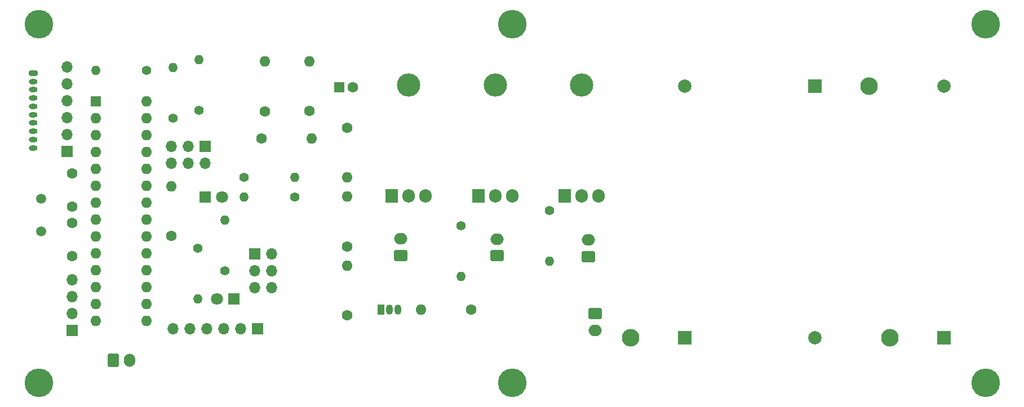
<source format=gbr>
%TF.GenerationSoftware,KiCad,Pcbnew,(6.0.7)*%
%TF.CreationDate,2022-10-12T18:39:58-05:00*%
%TF.ProjectId,cut down control board,63757420-646f-4776-9e20-636f6e74726f,1*%
%TF.SameCoordinates,Original*%
%TF.FileFunction,Soldermask,Bot*%
%TF.FilePolarity,Negative*%
%FSLAX46Y46*%
G04 Gerber Fmt 4.6, Leading zero omitted, Abs format (unit mm)*
G04 Created by KiCad (PCBNEW (6.0.7)) date 2022-10-12 18:39:58*
%MOMM*%
%LPD*%
G01*
G04 APERTURE LIST*
G04 Aperture macros list*
%AMRoundRect*
0 Rectangle with rounded corners*
0 $1 Rounding radius*
0 $2 $3 $4 $5 $6 $7 $8 $9 X,Y pos of 4 corners*
0 Add a 4 corners polygon primitive as box body*
4,1,4,$2,$3,$4,$5,$6,$7,$8,$9,$2,$3,0*
0 Add four circle primitives for the rounded corners*
1,1,$1+$1,$2,$3*
1,1,$1+$1,$4,$5*
1,1,$1+$1,$6,$7*
1,1,$1+$1,$8,$9*
0 Add four rect primitives between the rounded corners*
20,1,$1+$1,$2,$3,$4,$5,0*
20,1,$1+$1,$4,$5,$6,$7,0*
20,1,$1+$1,$6,$7,$8,$9,0*
20,1,$1+$1,$8,$9,$2,$3,0*%
G04 Aperture macros list end*
%ADD10C,1.400000*%
%ADD11O,1.400000X1.400000*%
%ADD12C,2.640000*%
%ADD13R,2.000000X2.000000*%
%ADD14C,2.000000*%
%ADD15R,1.700000X1.700000*%
%ADD16O,1.700000X1.700000*%
%ADD17C,4.300000*%
%ADD18RoundRect,0.250000X-0.750000X0.600000X-0.750000X-0.600000X0.750000X-0.600000X0.750000X0.600000X0*%
%ADD19O,2.000000X1.700000*%
%ADD20O,3.500000X3.500000*%
%ADD21R,1.905000X2.000000*%
%ADD22O,1.905000X2.000000*%
%ADD23R,1.800000X1.800000*%
%ADD24C,1.800000*%
%ADD25RoundRect,0.200000X-0.450000X0.200000X-0.450000X-0.200000X0.450000X-0.200000X0.450000X0.200000X0*%
%ADD26O,1.300000X0.800000*%
%ADD27C,1.500000*%
%ADD28C,1.600000*%
%ADD29O,1.600000X1.600000*%
%ADD30RoundRect,0.250000X0.750000X-0.600000X0.750000X0.600000X-0.750000X0.600000X-0.750000X-0.600000X0*%
%ADD31RoundRect,0.250000X-0.600000X-0.750000X0.600000X-0.750000X0.600000X0.750000X-0.600000X0.750000X0*%
%ADD32O,1.700000X2.000000*%
%ADD33R,1.600000X1.600000*%
%ADD34R,1.050000X1.500000*%
%ADD35O,1.050000X1.500000*%
G04 APERTURE END LIST*
D10*
%TO.C,R3*%
X157480000Y-100330000D03*
D11*
X157480000Y-107950000D03*
%TD*%
D12*
%TO.C,BT2*%
X205420321Y-81646135D03*
D13*
X197320321Y-81646135D03*
D14*
X197320321Y-119446135D03*
%TD*%
D10*
%TO.C,R8*%
X100906536Y-86428331D03*
D11*
X100906536Y-78808331D03*
%TD*%
D15*
%TO.C,J12*%
X105732786Y-90634882D03*
D16*
X105732786Y-93174882D03*
X103192786Y-90634882D03*
X103192786Y-93174882D03*
X100652786Y-90634882D03*
X100652786Y-93174882D03*
%TD*%
D17*
%TO.C,*%
X151836792Y-126266123D03*
%TD*%
D18*
%TO.C,J13*%
X164351910Y-115817579D03*
D19*
X164351910Y-118317579D03*
%TD*%
D20*
%TO.C,Q1*%
X149296792Y-81424236D03*
D21*
X146756792Y-98084236D03*
D22*
X149296792Y-98084236D03*
X151836792Y-98084236D03*
%TD*%
D17*
%TO.C,*%
X80716792Y-72277578D03*
%TD*%
D23*
%TO.C,D2*%
X110002106Y-113600256D03*
D24*
X107462106Y-113600256D03*
%TD*%
D25*
%TO.C,J10*%
X79868500Y-79653506D03*
D26*
X79868500Y-80903506D03*
X79868500Y-82153506D03*
X79868500Y-83403506D03*
X79868500Y-84653506D03*
X79868500Y-85903506D03*
X79868500Y-87153506D03*
X79868500Y-88403506D03*
X79868500Y-89653506D03*
X79868500Y-90903506D03*
%TD*%
D17*
%TO.C,*%
X80716792Y-126266123D03*
%TD*%
D27*
%TO.C,Y1*%
X81096511Y-103442179D03*
X81096511Y-98562179D03*
%TD*%
D10*
%TO.C,R2*%
X144160064Y-102640581D03*
D11*
X144160064Y-110260581D03*
%TD*%
D10*
%TO.C,R4*%
X119222067Y-98255138D03*
D11*
X111602067Y-98255138D03*
%TD*%
D17*
%TO.C,*%
X151836792Y-72277578D03*
%TD*%
D20*
%TO.C,U6*%
X136269860Y-81424236D03*
D21*
X133729860Y-98084236D03*
D22*
X136269860Y-98084236D03*
X138809860Y-98084236D03*
%TD*%
D20*
%TO.C,Q2*%
X162293733Y-81424236D03*
D21*
X159753733Y-98084236D03*
D22*
X162293733Y-98084236D03*
X164833733Y-98084236D03*
%TD*%
D28*
%TO.C,C11*%
X121393898Y-85359449D03*
D29*
X121393898Y-77859449D03*
%TD*%
D10*
%TO.C,R7*%
X104583740Y-106007343D03*
D11*
X104583740Y-113627343D03*
%TD*%
D12*
%TO.C,BT1*%
X169645321Y-119449214D03*
D13*
X177745321Y-119449214D03*
D14*
X177745321Y-81649214D03*
%TD*%
D28*
%TO.C,C8*%
X127057289Y-116106123D03*
D29*
X127057289Y-108606123D03*
%TD*%
D15*
%TO.C,J5*%
X84939322Y-91419507D03*
D16*
X84939322Y-88879507D03*
X84939322Y-86339507D03*
X84939322Y-83799507D03*
X84939322Y-81259507D03*
X84939322Y-78719507D03*
%TD*%
D28*
%TO.C,C4*%
X100643868Y-104171999D03*
D29*
X100643868Y-96671999D03*
%TD*%
D30*
%TO.C,J2*%
X149599954Y-107139221D03*
D19*
X149599954Y-104639221D03*
%TD*%
D10*
%TO.C,R1*%
X96929929Y-79207440D03*
D11*
X89309929Y-79207440D03*
%TD*%
D28*
%TO.C,C7*%
X127051201Y-105713583D03*
D29*
X127051201Y-98213583D03*
%TD*%
D15*
%TO.C,J3*%
X113199183Y-106878859D03*
D16*
X115739183Y-106878859D03*
X113199183Y-109418859D03*
X115739183Y-109418859D03*
X113199183Y-111958859D03*
X115739183Y-111958859D03*
%TD*%
D17*
%TO.C,*%
X222956792Y-126266123D03*
%TD*%
D31*
%TO.C,J14*%
X91894742Y-122862781D03*
D32*
X94394742Y-122862781D03*
%TD*%
D10*
%TO.C,R5*%
X111588612Y-95345355D03*
D11*
X119208612Y-95345355D03*
%TD*%
D17*
%TO.C,*%
X222956792Y-72277578D03*
%TD*%
D23*
%TO.C,D1*%
X105702793Y-98331455D03*
D24*
X108242793Y-98331455D03*
%TD*%
D33*
%TO.C,U1*%
X89265786Y-83885901D03*
D29*
X89265786Y-86425901D03*
X89265786Y-88965901D03*
X89265786Y-91505901D03*
X89265786Y-94045901D03*
X89265786Y-96585901D03*
X89265786Y-99125901D03*
X89265786Y-101665901D03*
X89265786Y-104205901D03*
X89265786Y-106745901D03*
X89265786Y-109285901D03*
X89265786Y-111825901D03*
X89265786Y-114365901D03*
X89265786Y-116905901D03*
X96885786Y-116905901D03*
X96885786Y-114365901D03*
X96885786Y-111825901D03*
X96885786Y-109285901D03*
X96885786Y-106745901D03*
X96885786Y-104205901D03*
X96885786Y-101665901D03*
X96885786Y-99125901D03*
X96885786Y-96585901D03*
X96885786Y-94045901D03*
X96885786Y-91505901D03*
X96885786Y-88965901D03*
X96885786Y-86425901D03*
X96885786Y-83885901D03*
%TD*%
D33*
%TO.C,C12*%
X125899567Y-81745985D03*
D28*
X127899567Y-81745985D03*
%TD*%
D10*
%TO.C,R9*%
X104754698Y-85292712D03*
D11*
X104754698Y-77672712D03*
%TD*%
D28*
%TO.C,C10*%
X114669528Y-85393583D03*
D29*
X114669528Y-77893583D03*
%TD*%
D30*
%TO.C,J1*%
X163301910Y-107261022D03*
D19*
X163301910Y-104761022D03*
%TD*%
D28*
%TO.C,C6*%
X145688228Y-115245921D03*
D29*
X138188228Y-115245921D03*
%TD*%
D15*
%TO.C,J7*%
X113568711Y-118091831D03*
D16*
X111028711Y-118091831D03*
X108488711Y-118091831D03*
X105948711Y-118091831D03*
X103408711Y-118091831D03*
X100868711Y-118091831D03*
%TD*%
D15*
%TO.C,J6*%
X85723634Y-118361868D03*
D16*
X85723634Y-115821868D03*
X85723634Y-113281868D03*
X85723634Y-110741868D03*
%TD*%
D28*
%TO.C,C5*%
X114213445Y-89528504D03*
D29*
X121713445Y-89528504D03*
%TD*%
D30*
%TO.C,SW1*%
X135088573Y-107098140D03*
D19*
X135088573Y-104598140D03*
%TD*%
D10*
%TO.C,R6*%
X108667914Y-109423317D03*
D11*
X108667914Y-101803317D03*
%TD*%
D28*
%TO.C,C9*%
X127078479Y-87859444D03*
D29*
X127078479Y-95359444D03*
%TD*%
D12*
%TO.C,BT3*%
X208607754Y-119449214D03*
D13*
X216707754Y-119449214D03*
D14*
X216707754Y-81649214D03*
%TD*%
D28*
%TO.C,C2*%
X85727964Y-102210807D03*
X85727964Y-107210807D03*
%TD*%
D34*
%TO.C,U5*%
X132173484Y-115228470D03*
D35*
X133443484Y-115228470D03*
X134713484Y-115228470D03*
%TD*%
D28*
%TO.C,C1*%
X85716431Y-99738479D03*
X85716431Y-94738479D03*
%TD*%
M02*

</source>
